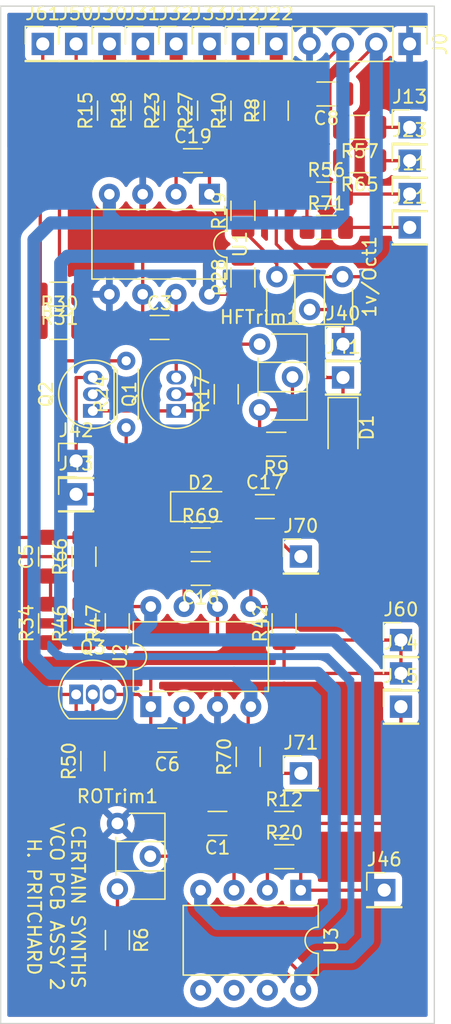
<source format=kicad_pcb>
(kicad_pcb (version 20211014) (generator pcbnew)
  (layers (0 "F.Cu" signal) (31 "B.Cu" signal) (34 "B.Paste" user) (35 "F.Paste" user) (36 "B.SilkS" user "B.Silkscreen") (37 "F.SilkS" user "F.Silkscreen") (38 "B.Mask" user) (39 "F.Mask" user) (44 "Edge.Cuts" user))
  (net 0 "")
  (net 1 "Net-(C19-Pad2)")
  (net 2 "Net-(J40-Pad1)")
  (net 3 "Net-(R19-Pad1)")
  (net 4 "Net-(U3-Pad2)")
  (net 5 "GND")
  (net 6 "Net-(Q1-Pad3)")
  (net 7 "Net-(HFTrim1-Pad1)")
  (net 8 "Net-(R34-Pad2)")
  (net 9 "Net-(C5-Pad2)")
  (net 10 "Net-(U2-Pad1)")
  (net 11 "+12V")
  (net 12 "-12V")
  (net 13 "Net-(R50-Pad1)")
  (net 14 "Net-(R42-Pad2)")
  (net 15 "Net-(C18-Pad2)")
  (net 16 "Net-(R8-Pad1)")
  (net 17 "Net-(D1-Pad1)")
  (net 18 "Net-(R9-Pad1)")
  (net 19 "Net-(HFTrim1-Pad2)")
  (net 20 "Net-(R56-Pad2)")
  (net 21 "Net-(J12-Pad1)")
  (net 22 "Net-(R57-Pad1)")
  (net 23 "Net-(R71-Pad2)")
  (net 24 "Net-(J22-Pad1)")
  (net 25 "Net-(R65-Pad1)")
  (net 26 "Net-(J30-Pad1)")
  (net 27 "Net-(J31-Pad1)")
  (net 28 "Net-(J32-Pad1)")
  (net 29 "Net-(J33-Pad1)")
  (net 30 "Net-(R12-Pad2)")
  (net 31 "Net-(R30-Pad1)")
  (net 32 "Net-(Q2-Pad1)")
  (net 33 "Net-(Q3-Pad2)")
  (net 34 "Net-(ROTrim1-Pad3)")
  (net 35 "Net-(U2-Pad6)")
  (net 36 "Net-(U3-Pad3)")
  (net 37 "Net-(C17-Pad1)")
  (footprint "Connector_PinHeader_2.54mm:PinHeader_1x01_P2.54mm_Vertical" (layer "F.Cu") (at 130.81 105.42)
    (fp_text reference "J44" (at 0 -2.33) (layer "F.SilkS"))
    (fp_text value "RAWOUT")
    (pad "1" thru_hole rect (at 0 0) (size 1.7 1.7) (drill 1) (layers *.Cu *.Mask) (net 10 "Net-(U2-Pad1)"))
  )
  (footprint "Resistor_SMD:R_1206_3216Metric" (layer "F.Cu") (at 125.1275 71.46)
    (fp_text reference "R71" (at 0 -1.82) (layer "F.SilkS"))
    (fp_text value "10k")
    (pad "1" smd roundrect (at -1.4625 0) (size 1.125 1.75) (layers "F.Cu" "F.Paste" "F.Mask") (roundrect_rratio 0.2222222222) (net 12 "-12V"))
    (pad "2" smd roundrect (at 1.4625 0) (size 1.125 1.75) (layers "F.Cu" "F.Paste" "F.Mask") (roundrect_rratio 0.2222222222) (net 23 "Net-(R71-Pad2)"))
  )
  (footprint "Potentiometer_THT:Potentiometer_ACP_CA6-H2,5_Horizontal" (layer "F.Cu") (at 109.22 116.84)
    (fp_text reference "ROTrim1" (at 0 -2.06) (layer "F.SilkS"))
    (fp_text value "10k")
    (pad "1" thru_hole circle (at 0 0) (size 1.62 1.62) (drill 0.9) (layers *.Cu *.Mask) (net 5 "GND"))
    (pad "2" thru_hole circle (at 2.5 2.5) (size 1.62 1.62) (drill 0.9) (layers *.Cu *.Mask) (net 36 "Net-(U3-Pad3)"))
    (pad "3" thru_hole circle (at 0 5) (size 1.62 1.62) (drill 0.9) (layers *.Cu *.Mask) (net 34 "Net-(ROTrim1-Pad3)"))
  )
  (footprint "Resistor_SMD:R_1206_3216Metric" (layer "F.Cu") (at 108.6175 62.57 90)
    (fp_text reference "R15" (at 0 -1.82 90) (layer "F.SilkS"))
    (fp_text value "100k")
    (pad "1" smd roundrect (at -1.4625 0 90) (size 1.125 1.75) (layers "F.Cu" "F.Paste" "F.Mask") (roundrect_rratio 0.2222222222) (net 16 "Net-(R8-Pad1)"))
    (pad "2" smd roundrect (at 1.4625 0 90) (size 1.125 1.75) (layers "F.Cu" "F.Paste" "F.Mask") (roundrect_rratio 0.2222222222) (net 26 "Net-(J30-Pad1)"))
  )
  (footprint "Connector_PinHeader_2.54mm:PinHeader_1x01_P2.54mm_Vertical" (layer "F.Cu") (at 130.81 107.95)
    (fp_text reference "J45" (at 0 -2.33) (layer "F.SilkS"))
    (fp_text value "RAWIN")
    (pad "1" thru_hole rect (at 0 0) (size 1.7 1.7) (drill 1) (layers *.Cu *.Mask) (net 30 "Net-(R12-Pad2)"))
  )
  (footprint "Resistor_SMD:R_1206_3216Metric" (layer "F.Cu") (at 121.92 119.38)
    (fp_text reference "R20" (at 0 -1.82) (layer "F.SilkS"))
    (fp_text value "47k")
    (pad "1" smd roundrect (at -1.4625 0) (size 1.125 1.75) (layers "F.Cu" "F.Paste" "F.Mask") (roundrect_rratio 0.2222222222) (net 4 "Net-(U3-Pad2)"))
    (pad "2" smd roundrect (at 1.4625 0) (size 1.125 1.75) (layers "F.Cu" "F.Paste" "F.Mask") (roundrect_rratio 0.2222222222) (net 11 "+12V"))
  )
  (footprint "Potentiometer_THT:Potentiometer_ACP_CA6-H2,5_Horizontal" (layer "F.Cu") (at 126.3575 75.215 -90)
    (fp_text reference "1v/Oct1" (at 0 -2.06 90) (layer "F.SilkS"))
    (fp_text value "100")
    (pad "1" thru_hole circle (at 0 0 270) (size 1.62 1.62) (drill 0.9) (layers *.Cu *.Mask) (net 1 "Net-(C19-Pad2)"))
    (pad "2" thru_hole circle (at 2.5 2.5 270) (size 1.62 1.62) (drill 0.9) (layers *.Cu *.Mask) (net 2 "Net-(J40-Pad1)"))
    (pad "3" thru_hole circle (at 0 5 270) (size 1.62 1.62) (drill 0.9) (layers *.Cu *.Mask) (net 3 "Net-(R19-Pad1)"))
  )
  (footprint "Resistor_SMD:R_1206_3216Metric" (layer "F.Cu") (at 127.6675 63.84 180)
    (fp_text reference "R57" (at 0 -1.82) (layer "F.SilkS"))
    (fp_text value "200k")
    (pad "1" smd roundrect (at -1.4625 0 180) (size 1.125 1.75) (layers "F.Cu" "F.Paste" "F.Mask") (roundrect_rratio 0.2222222222) (net 22 "Net-(R57-Pad1)"))
    (pad "2" smd roundrect (at 1.4625 0 180) (size 1.125 1.75) (layers "F.Cu" "F.Paste" "F.Mask") (roundrect_rratio 0.2222222222) (net 11 "+12V"))
  )
  (footprint "Resistor_SMD:R_1206_3216Metric" (layer "F.Cu") (at 109.21 101.61 90)
    (fp_text reference "R47" (at 0 -1.82 90) (layer "F.SilkS"))
    (fp_text value "10k")
    (pad "1" smd roundrect (at -1.4625 0 90) (size 1.125 1.75) (layers "F.Cu" "F.Paste" "F.Mask") (roundrect_rratio 0.2222222222) (net 35 "Net-(U2-Pad6)"))
    (pad "2" smd roundrect (at 1.4625 0 90) (size 1.125 1.75) (layers "F.Cu" "F.Paste" "F.Mask") (roundrect_rratio 0.2222222222) (net 11 "+12V"))
  )
  (footprint "Resistor_SMD:R_1206_3216Metric" (layer "F.Cu") (at 117.5075 84.16 90)
    (fp_text reference "R17" (at 0 -1.82 90) (layer "F.SilkS"))
    (fp_text value "10k")
    (pad "1" smd roundrect (at -1.4625 0 90) (size 1.125 1.75) (layers "F.Cu" "F.Paste" "F.Mask") (roundrect_rratio 0.2222222222) (net 32 "Net-(Q2-Pad1)"))
    (pad "2" smd roundrect (at 1.4625 0 90) (size 1.125 1.75) (layers "F.Cu" "F.Paste" "F.Mask") (roundrect_rratio 0.2222222222) (net 7 "Net-(HFTrim1-Pad1)"))
  )
  (footprint "Package_TO_SOT_THT:TO-92_Inline" (layer "F.Cu") (at 107.3475 85.43 90)
    (fp_text reference "Q2" (at 1.27 -3.56 90) (layer "F.SilkS"))
    (fp_text value "2N3904")
    (pad "1" thru_hole rect (at 0 0 90) (size 1.05 1.5) (drill 0.75) (layers *.Cu *.Mask) (net 32 "Net-(Q2-Pad1)"))
    (pad "2" thru_hole oval (at 1.27 0 90) (size 1.05 1.5) (drill 0.75) (layers *.Cu *.Mask) (net 5 "GND"))
    (pad "3" thru_hole oval (at 2.54 0 90) (size 1.05 1.5) (drill 0.75) (layers *.Cu *.Mask) (net 11 "+12V"))
  )
  (footprint "Resistor_SMD:R_1206_3216Metric" (layer "F.Cu") (at 127.6675 66.38 180)
    (fp_text reference "R65" (at 0 -1.82) (layer "F.SilkS"))
    (fp_text value "47k")
    (pad "1" smd roundrect (at -1.4625 0 180) (size 1.125 1.75) (layers "F.Cu" "F.Paste" "F.Mask") (roundrect_rratio 0.2222222222) (net 25 "Net-(R65-Pad1)"))
    (pad "2" smd roundrect (at 1.4625 0 180) (size 1.125 1.75) (layers "F.Cu" "F.Paste" "F.Mask") (roundrect_rratio 0.2222222222) (net 11 "+12V"))
  )
  (footprint "Connector_PinHeader_2.54mm:PinHeader_1x01_P2.54mm_Vertical" (layer "F.Cu") (at 126.3975 80.35)
    (fp_text reference "J40" (at 0 -2.33) (layer "F.SilkS"))
    (fp_text value "LINOUT")
    (pad "1" thru_hole rect (at 0 0) (size 1.7 1.7) (drill 1) (layers *.Cu *.Mask) (net 2 "Net-(J40-Pad1)"))
  )
  (footprint "Resistor_SMD:R_1206_3216Metric" (layer "F.Cu") (at 104.13 101.61 90)
    (fp_text reference "R34" (at 0 -1.82 90) (layer "F.SilkS"))
    (fp_text value "1k")
    (pad "1" smd roundrect (at -1.4625 0 90) (size 1.125 1.75) (layers "F.Cu" "F.Paste" "F.Mask") (roundrect_rratio 0.2222222222) (net 35 "Net-(U2-Pad6)"))
    (pad "2" smd roundrect (at 1.4625 0 90) (size 1.125 1.75) (layers "F.Cu" "F.Paste" "F.Mask") (roundrect_rratio 0.2222222222) (net 8 "Net-(R34-Pad2)"))
  )
  (footprint "Connector_PinHeader_2.54mm:PinHeader_1x01_P2.54mm_Vertical" (layer "F.Cu") (at 116.2375 57.49)
    (fp_text reference "J33" (at 0 -2.33) (layer "F.SilkS"))
    (fp_text value "CV")
    (pad "1" thru_hole rect (at 0 0) (size 1.7 1.7) (drill 1) (layers *.Cu *.Mask) (net 29 "Net-(J33-Pad1)"))
  )
  (footprint "Package_DIP:DIP-8_W7.62mm" (layer "F.Cu") (at 111.76 107.95 90)
    (fp_text reference "U2" (at 3.81 -2.33 90) (layer "F.SilkS"))
    (fp_text value "LM358")
    (pad "1" thru_hole rect (at 0 0 90) (size 1.6 1.6) (drill 0.8) (layers *.Cu *.Mask) (net 10 "Net-(U2-Pad1)"))
    (pad "2" thru_hole oval (at 0 2.54 90) (size 1.6 1.6) (drill 0.8) (layers *.Cu *.Mask) (net 11 "+12V"))
    (pad "3" thru_hole oval (at 0 5.08 90) (size 1.6 1.6) (drill 0.8) (layers *.Cu *.Mask) (net 5 "GND"))
    (pad "4" thru_hole oval (at 0 7.62 90) (size 1.6 1.6) (drill 0.8) (layers *.Cu *.Mask) (net 12 "-12V"))
    (pad "5" thru_hole oval (at 7.62 7.62 90) (size 1.6 1.6) (drill 0.8) (layers *.Cu *.Mask) (net 14 "Net-(R42-Pad2)"))
    (pad "6" thru_hole oval (at 7.62 5.08 90) (size 1.6 1.6) (drill 0.8) (layers *.Cu *.Mask) (net 35 "Net-(U2-Pad6)"))
    (pad "7" thru_hole oval (at 7.62 2.54 90) (size 1.6 1.6) (drill 0.8) (layers *.Cu *.Mask) (net 15 "Net-(C18-Pad2)"))
    (pad "8" thru_hole oval (at 7.62 0 90) (size 1.6 1.6) (drill 0.8) (layers *.Cu *.Mask) (net 11 "+12V"))
  )
  (footprint "Resistor_SMD:R_1206_3216Metric" (layer "F.Cu") (at 121.3175 87.97 180)
    (fp_text reference "R9" (at 0 -1.82) (layer "F.SilkS"))
    (fp_text value "4.7k")
    (pad "1" smd roundrect (at -1.4625 0 180) (size 1.125 1.75) (layers "F.Cu" "F.Paste" "F.Mask") (roundrect_rratio 0.2222222222) (net 18 "Net-(R9-Pad1)"))
    (pad "2" smd roundrect (at 1.4625 0 180) (size 1.125 1.75) (layers "F.Cu" "F.Paste" "F.Mask") (roundrect_rratio 0.2222222222) (net 19 "Net-(HFTrim1-Pad2)"))
  )
  (footprint "Diode_SMD:D_1206_3216Metric" (layer "F.Cu") (at 115.56 92.72)
    (fp_text reference "D2" (at 0 -1.82) (layer "F.SilkS"))
    (fp_text value "DIODE")
    (pad "1" smd roundrect (at -1.4 0) (size 1.25 1.75) (layers "F.Cu" "F.Paste" "F.Mask") (roundrect_rratio 0.2) (net 15 "Net-(C18-Pad2)"))
    (pad "2" smd roundrect (at 1.4 0) (size 1.25 1.75) (layers "F.Cu" "F.Paste" "F.Mask") (roundrect_rratio 0.2) (net 37 "Net-(C17-Pad1)"))
  )
  (footprint "Resistor_SMD:R_1206_3216Metric" (layer "F.Cu") (at 106.67 101.61 90)
    (fp_text reference "R46" (at 0 -1.82 90) (layer "F.SilkS"))
    (fp_text value "2k")
    (pad "1" smd roundrect (at -1.4625 0 90) (size 1.125 1.75) (layers "F.Cu" "F.Paste" "F.Mask") (roundrect_rratio 0.2222222222) (net 35 "Net-(U2-Pad6)"))
    (pad "2" smd roundrect (at 1.4625 0 90) (size 1.125 1.75) (layers "F.Cu" "F.Paste" "F.Mask") (roundrect_rratio 0.2222222222) (net 5 "GND"))
  )
  (footprint "Capacitor_SMD:C_1206_3216Metric" (layer "F.Cu") (at 113.02 110.5 180)
    (fp_text reference "C6" (at 0 -1.85) (layer "F.SilkS"))
    (fp_text value "0.005uF")
    (pad "1" smd roundrect (at -1.475 0 180) (size 1.15 1.8) (layers "F.Cu" "F.Paste" "F.Mask") (roundrect_rratio 0.2173913043) (net 11 "+12V"))
    (pad "2" smd roundrect (at 1.475 0 180) (size 1.15 1.8) (layers "F.Cu" "F.Paste" "F.Mask") (roundrect_rratio 0.2173913043) (net 10 "Net-(U2-Pad1)"))
  )
  (footprint "Resistor_SMD:R_1206_3216Metric" (layer "F.Cu") (at 107.3475 112.1 90)
    (fp_text reference "R50" (at 0 -1.82 90) (layer "F.SilkS"))
    (fp_text value "100k")
    (pad "1" smd roundrect (at -1.4625 0 90) (size 1.125 1.75) (layers "F.Cu" "F.Paste" "F.Mask") (roundrect_rratio 0.2222222222) (net 13 "Net-(R50-Pad1)"))
    (pad "2" smd roundrect (at 1.4625 0 90) (size 1.125 1.75) (layers "F.Cu" "F.Paste" "F.Mask") (roundrect_rratio 0.2222222222) (net 33 "Net-(Q3-Pad2)"))
  )
  (footprint "Connector_PinHeader_2.54mm:PinHeader_1x01_P2.54mm_Vertical" (layer "F.Cu") (at 131.4775 71.46)
    (fp_text reference "J21" (at 0 -2.33) (layer "F.SilkS"))
    (fp_text value "TP2-")
    (pad "1" thru_hole rect (at 0 0) (size 1.7 1.7) (drill 1) (layers *.Cu *.Mask) (net 23 "Net-(R71-Pad2)"))
  )
  (footprint "Resistor_SMD:R_1206_3216Metric" (layer "F.Cu") (at 118.7775 62.57 90)
    (fp_text reference "R10" (at 0 -1.82 90) (layer "F.SilkS"))
    (fp_text value "100k")
    (pad "1" smd roundrect (at -1.4625 0 90) (size 1.125 1.75) (layers "F.Cu" "F.Paste" "F.Mask") (roundrect_rratio 0.2222222222) (net 16 "Net-(R8-Pad1)"))
    (pad "2" smd roundrect (at 1.4625 0 90) (size 1.125 1.75) (layers "F.Cu" "F.Paste" "F.Mask") (roundrect_rratio 0.2222222222) (net 21 "Net-(J12-Pad1)"))
  )
  (footprint "Connector_PinHeader_2.54mm:PinHeader_1x01_P2.54mm_Vertical" (layer "F.Cu") (at 106.0775 91.78)
    (fp_text reference "J43" (at 0 -2.33) (layer "F.SilkS"))
    (fp_text value "EXPIN")
    (pad "1" thru_hole rect (at 0 0) (size 1.7 1.7) (drill 1) (layers *.Cu *.Mask) (net 11 "+12V"))
  )
  (footprint "Resistor_SMD:R_1206_3216Metric" (layer "F.Cu") (at 116.2375 62.57 90)
    (fp_text reference "R27" (at 0 -1.82 90) (layer "F.SilkS"))
    (fp_text value "100k")
    (pad "1" smd roundrect (at -1.4625 0 90) (size 1.125 1.75) (layers "F.Cu" "F.Paste" "F.Mask") (roundrect_rratio 0.2222222222) (net 16 "Net-(R8-Pad1)"))
    (pad "2" smd roundrect (at 1.4625 0 90) (size 1.125 1.75) (layers "F.Cu" "F.Paste" "F.Mask") (roundrect_rratio 0.2222222222) (net 29 "Net-(J33-Pad1)"))
  )
  (footprint "Capacitor_SMD:C_1206_3216Metric" (layer "F.Cu") (at 114.9675 66.38)
    (fp_text reference "C19" (at 0 -1.85) (layer "F.SilkS"))
    (fp_text value "100pF")
    (pad "1" smd roundrect (at -1.475 0) (size 1.15 1.8) (layers "F.Cu" "F.Paste" "F.Mask") (roundrect_rratio 0.2173913043) (net 16 "Net-(R8-Pad1)"))
    (pad "2" smd roundrect (at 1.475 0) (size 1.15 1.8) (layers "F.Cu" "F.Paste" "F.Mask") (roundrect_rratio 0.2173913043) (net 1 "Net-(C19-Pad2)"))
  )
  (footprint "Connector_PinHeader_2.54mm:PinHeader_1x01_P2.54mm_Vertical" (layer "F.Cu") (at 106.0775 57.49)
    (fp_text reference "J50" (at 0 -2.33) (layer "F.SilkS"))
    (fp_text value "LA")
    (pad "1" thru_hole rect (at 0 0) (size 1.7 1.7) (drill 1) (layers *.Cu *.Mask) (net 31 "Net-(R30-Pad1)"))
  )
  (footprint "Resistor_SMD:R_1206_3216Metric" (layer "F.Cu") (at 106.67 96.53 90)
    (fp_text reference "R66" (at 0 -1.82 90) (layer "F.SilkS"))
    (fp_text value "100k")
    (pad "1" smd roundrect (at -1.4625 0 90) (size 1.125 1.75) (layers "F.Cu" "F.Paste" "F.Mask") (roundrect_rratio 0.2222222222) (net 5 "GND"))
    (pad "2" smd roundrect (at 1.4625 0 90) (size 1.125 1.75) (layers "F.Cu" "F.Paste" "F.Mask") (roundrect_rratio 0.2222222222) (net 9 "Net-(C5-Pad2)"))
  )
  (footprint "Capacitor_SMD:C_1206_3216Metric" (layer "F.Cu") (at 104.13 96.53 90)
    (fp_text reference "C5" (at 0 -1.85 90) (layer "F.SilkS"))
    (fp_text value "0.001uF")
    (pad "1" smd roundrect (at -1.475 0 90) (size 1.15 1.8) (layers "F.Cu" "F.Paste" "F.Mask") (roundrect_rratio 0.2173913043) (net 8 "Net-(R34-Pad2)"))
    (pad "2" smd roundrect (at 1.475 0 90) (size 1.15 1.8) (layers "F.Cu" "F.Paste" "F.Mask") (roundrect_rratio 0.2173913043) (net 9 "Net-(C5-Pad2)"))
  )
  (footprint "Connector_PinHeader_2.54mm:PinHeader_1x04_P2.54mm_Vertical" (layer "F.Cu") (at 131.4675 57.49 -90)
    (fp_text reference "J0" (at 0 -2.33 90) (layer "F.SilkS"))
    (fp_text value "P")
    (pad "1" thru_hole rect (at 0 0 270) (size 1.7 1.7) (drill 1) (layers *.Cu *.Mask) (net 5 "GND"))
    (pad "2" thru_hole oval (at 0 2.54 270) (size 1.7 1.7) (drill 1) (layers *.Cu *.Mask) (net 11 "+12V"))
    (pad "3" thru_hole oval (at 0 5.08 270) (size 1.7 1.7) (drill 1) (layers *.Cu *.Mask) (net 12 "-12V"))
    (pad "4" thru_hole oval (at 0 7.62 270) (size 1.7 1.7) (drill 1) (layers *.Cu *.Mask) (net 5 "GND"))
  )
  (footprint "Connector_PinHeader_2.54mm:PinHeader_1x01_P2.54mm_Vertical" (layer "F.Cu") (at 103.5375 57.49)
    (fp_text reference "J61" (at 0 -2.33) (layer "F.SilkS"))
    (fp_text value "S")
    (pad "1" thru_hole rect (at 0 0) (size 1.7 1.7) (drill 1) (layers *.Cu *.Mask) (net 9 "Net-(C5-Pad2)"))
  )
  (footprint "Connector_PinHeader_2.54mm:PinHeader_1x01_P2.54mm_Vertical" (layer "F.Cu") (at 106.0775 89.24)
    (fp_text reference "J42" (at 0 -2.33) (layer "F.SilkS"))
    (fp_text value "EXPOUT")
    (pad "1" thru_hole rect (at 0 0) (size 1.7 1.7) (drill 1) (layers *.Cu *.Mask) (net 11 "+12V"))
  )
  (footprint "Resistor_THT:R_Axial_DIN0204_L3.6mm_D1.6mm_P5.08mm_Horizontal" (layer "F.Cu") (at 109.8875 86.7 90)
    (fp_text reference "R24" (at 2.54 -1.92 90) (layer "F.SilkS"))
    (fp_text value "100k TEMPCO")
    (pad "1" thru_hole circle (at 0 0 90) (size 1.4 1.4) (drill 0.7) (layers *.Cu *.Mask) (net 1 "Net-(C19-Pad2)"))
    (pad "2" thru_hole oval (at 5.08 0 90) (size 1.4 1.4) (drill 0.7) (layers *.Cu *.Mask) (net 16 "Net-(R8-Pad1)"))
  )
  (footprint "Resistor_SMD:R_1206_3216Metric" (layer "F.Cu") (at 104.8075 76.54 180)
    (fp_text reference "R31" (at 0 -1.82) (layer "F.SilkS"))
    (fp_text value "100k")
    (pad "1" smd roundrect (at -1.4625 0 180) (size 1.125 1.75) (layers "F.Cu" "F.Paste" "F.Mask") (roundrect_rratio 0.2222222222) (net 5 "GND"))
    (pad "2" smd roundrect (at 1.4625 0 180) (size 1.125 1.75) (layers "F.Cu" "F.Paste" "F.Mask") (roundrect_rratio 0.2222222222) (net 31 "Net-(R30-Pad1)"))
  )
  (footprint "Capacitor_SMD:C_1206_3216Metric" (layer "F.Cu") (at 112.4275 79.08)
    (fp_text reference "C3" (at 0 -1.85) (layer "F.SilkS"))
    (fp_text value "100pF")
    (pad "1" smd roundrect (at -1.475 0) (size 1.15 1.8) (layers "F.Cu" "F.Paste" "F.Mask") (roundrect_rratio 0.2173913043) (net 6 "Net-(Q1-Pad3)"))
    (pad "2" smd roundrect (at 1.475 0) (size 1.15 1.8) (layers "F.Cu" "F.Paste" "F.Mask") (roundrect_rratio 0.2173913043) (net 7 "Net-(HFTrim1-Pad1)"))
  )
  (footprint "Capacitor_SMD:C_1206_3216Metric" (layer "F.Cu") (at 115.56 97.8 180)
    (fp_text reference "C18" (at 0 -1.85) (layer "F.SilkS"))
    (fp_text value "4.7pF")
    (pad "1" smd roundrect (at -1.475 0 180) (size 1.15 1.8) (layers "F.Cu" "F.Paste" "F.Mask") (roundrect_rratio 0.2173913043) (net 14 "Net-(R42-Pad2)"))
    (pad "2" smd roundrect (at 1.475 0 180) (size 1.15 1.8) (layers "F.Cu" "F.Paste" "F.Mask") (roundrect_rratio 0.2173913043) (net 15 "Net-(C18-Pad2)"))
  )
  (footprint "Connector_PinHeader_2.54mm:PinHeader_1x01_P2.54mm_Vertical" (layer "F.Cu") (at 123.19 113.03)
    (fp_text reference "J71" (at 0 -2.33) (layer "F.SilkS"))
    (fp_text value "JUMPER00")
    (pad "1" thru_hole rect (at 0 0) (size 1.7 1.7) (drill 1) (layers *.Cu *.Mask) (net 13 "Net-(R50-Pad1)"))
  )
  (footprint "Resistor_SMD:R_1206_3216Metric" (layer "F.Cu") (at 104.8075 79.08)
    (fp_text reference "R30" (at 0 -1.82) (layer "F.SilkS"))
    (fp_text value "1M")
    (pad "1" smd roundrect (at -1.4625 0) (size 1.125 1.75) (layers "F.Cu" "F.Paste" "F.Mask") (roundrect_rratio 0.2222222222) (net 31 "Net-(R30-Pad1)"))
    (pad "2" smd roundrect (at 1.4625 0) (size 1.125 1.75) (layers "F.Cu" "F.Paste" "F.Mask") (roundrect_rratio 0.2222222222) (net 6 "Net-(Q1-Pad3)"))
  )
  (footprint "Resistor_SMD:R_1206_3216Metric" (layer "F.Cu") (at 111.1575 62.57 90)
    (fp_text reference "R18" (at 0 -1.82 90) (layer "F.SilkS"))
    (fp_text value "100k")
    (pad "1" smd roundrect (at -1.4625 0 90) (size 1.125 1.75) (layers "F.Cu" "F.Paste" "F.Mask") (roundrect_rratio 0.2222222222) (net 16 "Net-(R8-Pad1)"))
    (pad "2" smd roundrect (at 1.4625 0 90) (size 1.125 1.75) (layers "F.Cu" "F.Paste" "F.Mask") (roundrect_rratio 0.2222222222) (net 27 "Net-(J31-Pad1)"))
  )
  (footprint "Connector_PinHeader_2.54mm:PinHeader_1x01_P2.54mm_Vertical" (layer "F.Cu") (at 126.3975 82.89)
    (fp_text reference "J41" (at 0 -2.33) (layer "F.SilkS"))
    (fp_text value "LININ")
    (pad "1" thru_hole rect (at 0 0) (size 1.7 1.7) (drill 1) (layers *.Cu *.Mask) (net 17 "Net-(D1-Pad1)"))
  )
  (footprint "Resistor_SMD:R_1206_3216Metric" (layer "F.Cu") (at 121.3175 62.57 90)
    (fp_text reference "R8" (at 0 -1.82 90) (layer "F.SilkS"))
    (fp_text value "1M")
    (pad "1" smd roundrect (at -1.4625 0 90) (size 1.125 1.75) (layers "F.Cu" "F.Paste" "F.Mask") (roundrect_rratio 0.2222222222) (net 16 "Net-(R8-Pad1)"))
    (pad "2" smd roundrect (at 1.4625 0 90) (size 1.125 1.75) (layers "F.Cu" "F.Paste" "F.Mask") (roundrect_rratio 0.2222222222) (net 24 "Net-(J22-Pad1)"))
  )
  (footprint "Connector_PinHeader_2.54mm:PinHeader_1x01_P2.54mm_Vertical" (layer "F.Cu") (at 129.54 121.92)
    (fp_text reference "J46" (at 0 -2.33) (layer "F.SilkS"))
    (fp_text value "RAMPOUT")
    (pad "1" thru_hole rect (at 0 0) (size 1.7 1.7) (drill 1) (layers *.Cu *.Mask) (net 11 "+12V"))
  )
  (footprint "Connector_PinHeader_2.54mm:PinHeader_1x01_P2.54mm_Vertical" (layer "F.Cu") (at 108.6175 57.49)
    (fp_text reference "J30" (at 0 -2.33) (layer "F.SilkS"))
    (fp_text value "CV")
    (pad "1" thru_hole rect (at 0 0) (size 1.7 1.7) (drill 1) (layers *.Cu *.Mask) (net 26 "Net-(J30-Pad1)"))
  )
  (footprint "Diode_SMD:D_1206_3216Metric" (layer "F.Cu") (at 126.3975 86.7 -90)
    (fp_text reference "D1" (at 0 -1.82 90) (layer "F.SilkS"))
    (fp_text value "DIODE")
    (pad "1" smd roundrect (at -1.4 0 270) (size 1.25 1.75) (layers "F.Cu" "F.Paste" "F.Mask") (roundrect_rratio 0.2) (net 17 "Net-(D1-Pad1)"))
    (pad "2" smd roundrect (at 1.4 0 270) (size 1.25 1.75) (layers "F.Cu" "F.Paste" "F.Mask") (roundrect_rratio 0.2) (net 18 "Net-(R9-Pad1)"))
  )
  (footprint "Capacitor_SMD:C_1206_3216Metric" (layer "F.Cu") (at 125.1275 61.3 180)
    (fp_text reference "C8" (at 0 -1.85) (layer "F.SilkS"))
    (fp_text value ".1uF")
    (pad "1" smd roundrect (at -1.475 0 180) (size 1.15 1.8) (layers "F.Cu" "F.Paste" "F.Mask") (roundrect_rratio 0.2173913043) (net 11 "+12V"))
    (pad "2" smd roundrect (at 1.475 0 180) (size 1.15 1.8) (layers "F.Cu" "F.Paste" "F.Mask") (roundrect_rratio 0.2173913043) (net 12 "-12V"))
  )
  (footprint "Resistor_SMD:R_1206_3216Metric" (layer "F.Cu") (at 125.1275 68.92)
    (fp_text reference "R56" (at 0 -1.82) (layer "F.SilkS"))
    (fp_text value "200k")
    (pad "1" smd roundrect (at -1.4625 0) (size 1.125 1.75) (layers "F.Cu" "F.Paste" "F.Mask") (roundrect_rratio 0.2222222222) (net 12 "-12V"))
    (pad "2" smd roundrect (at 1.4625 0) (size 1.125 1.75) (layers "F.Cu" "F.Paste" "F.Mask") (roundrect_rratio 0.2222222222) (net 20 "Net-(R56-Pad2)"))
  )
  (footprint "Capacitor_SMD:C_1206_3216Metric" (layer "F.Cu") (at 116.84 116.84 180)
    (fp_text reference "C1" (at 0 -1.85) (layer "F.SilkS"))
    (fp_text value "0.1uF")
    (pad "1" smd roundrect (at -1.475 0 180) (size 1.15 1.8) (layers "F.Cu" "F.Paste" "F.Mask") (roundrect_rratio 0.2173913043) (net 4 "Net-(U3-Pad2)"))
    (pad "2" smd roundrect (at 1.475 0 180) (size 1.15 1.8) (layers "F.Cu" "F.Paste" "F.Mask") (roundrect_rratio 0.2173913043) (net 5 "GND"))
  )
  (footprint "Connector_PinHeader_2.54mm:PinHeader_1x01_P2.54mm_Vertical" (layer "F.Cu") (at 131.4775 66.38)
    (fp_text reference "J23" (at 0 -2.33) (layer "F.SilkS"))
    (fp_text value "TP2+")
    (pad "1" thru_hole rect (at 0 0) (size 1.7 1.7) (drill 1) (layers *.Cu *.Mask) (net 25 "Net-(R65-Pad1)"))
  )
  (footprint "Connector_PinHeader_2.54mm:PinHeader_1x01_P2.54mm_Vertical" (layer "F.Cu") (at 118.7775 57.49)
    (fp_text reference "J12" (at 0 -2.33) (layer "F.SilkS"))
    (fp_text value "P1")
    (pad "1" thru_hole rect (at 0 0) (size 1.7 1.7) (drill 1) (layers *.Cu *.Mask) (net 21 "Net-(J12-Pad1)"))
  )
  (footprint "Connector_PinHeader_2.54mm:PinHeader_1x01_P2.54mm_Vertical" (layer "F.Cu") (at 130.81 102.88)
    (fp_text reference "J60" (at 0 -2.33) (layer "F.SilkS"))
    (fp_text value "RAW")
    (pad "1" thru_hole rect (at 0 0) (size 1.7 1.7) (drill 1) (layers *.Cu *.Mask) (net 10 "Net-(U2-Pad1)"))
  )
  (footprint "Package_DIP:DIP-8_W7.62mm" (layer "F.Cu") (at 116.2275 68.93 -90)
    (fp_text reference "U1" (at 3.81 -2.33 90) (layer "F.SilkS"))
    (fp_text value "LM358")
    (pad "1" thru_hole rect (at 0 0 270) (size 1.6 1.6) (drill 0.8) (layers *.Cu *.Mask) (net 1 "Net-(C19-Pad2)"))
    (pad "2" thru_hole oval (at 0 2.54 270) (size 1.6 1.6) (drill 0.8) (layers *.Cu *.Mask) (net 16 "Net-(R8-Pad1)"))
    (pad "3" thru_hole oval (at 0 5.08 270) (size 1.6 1.6) (drill 0.8) (layers *.Cu *.Mask) (net 5 "GND"))
    (pad "4" thru_hole oval (at 0 7.62 270) (size 1.6 1.6) (drill 0.8) (layers *.Cu *.Mask) (net 12 "-12V"))
    (pad "5" thru_hole oval (at 7.62 7.62 270) (size 1.6 1.6) (drill 0.8) (layers *.Cu *.Mask) (net 5 "GND"))
    (pad "6" thru_hole oval (at 7.62 5.08 270) (size 1.6 1.6) (drill 0.8) (layers *.Cu *.Mask) (net 6 "Net-(Q1-Pad3)"))
    (pad "7" thru_hole oval (at 7.62 2.54 270) (size 1.6 1.6) (drill 0.8) (layers *.Cu *.Mask) (net 7 "Net-(HFTrim1-Pad1)"))
    (pad "8" thru_hole oval (at 7.62 0 270) (size 1.6 1.6) (drill 0.8) (layers *.Cu *.Mask) (net 11 "+12V"))
  )
  (footprint "Package_DIP:DIP-8_W7.62mm" (layer "F.Cu") (at 123.18 121.93 -90)
    (fp_text reference "U3" (at 3.81 -2.33 90) (layer "F.SilkS"))
    (fp_text value "LM358")
    (pad "1" thru_hole rect (at 0 0 270) (size 1.6 1.6) (drill 0.8) (layers *.Cu *.Mask) (net 11 "+12V"))
    (pad "2" thru_hole oval (at 0 2.54 270) (size 1.6 1.6) (drill 0.8) (layers *.Cu *.Mask) (net 4 "Net-(U3-Pad2)"))
    (pad "3" thru_hole oval (at 0 5.08 270) (size 1.6 1.6) (drill 0.8) (layers *.Cu *.Mask) (net 36 "Net-(U3-Pad3)"))
    (pad "4" thru_hole oval (at 0 7.62 270) (size 1.6 1.6) (drill 0.8) (layers *.Cu *.Mask) (net 12 "-12V"))
    (pad "5" thru_hole oval (at 7.62 7.62 270) (size 1.6 1.6) (drill 0.8) (layers *.Cu *.Mask))
    (pad "6" thru_hole oval (at 7.62 5.08 270) (size 1.6 1.6) (drill 0.8) (layers *.Cu *.Mask))
    (pad "7" thru_hole oval (at 7.62 2.54 270) (size 1.6 1.6) (drill 0.8) (layers *.Cu *.Mask))
    (pad "8" thru_hole oval (at 7.62 0 270) (size 1.6 1.6) (drill 0.8) (layers *.Cu *.Mask) (net 11 "+12V"))
  )
  (footprint "Resistor_SMD:R_1206_3216Metric" (layer "F.Cu") (at 109.22 125.73 -90)
    (fp_text reference "R6" (at 0 -1.82 90) (layer "F.SilkS"))
    (fp_text value "100k")
    (pad "1" smd roundrect (at -1.4625 0 270) (size 1.125 1.75) (layers "F.Cu" "F.Paste" "F.Mask") (roundrect_rratio 0.2222222222) (net 34 "Net-(ROTrim1-Pad3)"))
    (pad "2" smd roundrect (at 1.4625 0 270) (size 1.125 1.75) (layers "F.Cu" "F.Paste" "F.Mask") (roundrect_rratio 0.2222222222) (net 11 "+12V"))
  )
  (footprint "Resistor_SMD:R_1206_3216Metric" (layer "F.Cu") (at 118.7775 70.19 90)
    (fp_text reference "R19" (at 0 -1.82 90) (layer "F.SilkS"))
    (fp_text value "475")
    (pad "1" smd roundrect (at -1.4625 0 90) (size 1.125 1.75) (layers "F.Cu" "F.Paste" "F.Mask") (roundrect_rratio 0.2222222222) (net 3 "Net-(R19-Pad1)"))
    (pad "2" smd roundrect (at 1.4625 0 90) (size 1.125 1.75) (layers "F.Cu" "F.Paste" "F.Mask") (roundrect_rratio 0.2222222222) (net 5 "GND"))
  )
  (footprint "Connector_PinHeader_2.54mm:PinHeader_1x01_P2.54mm_Vertical" (layer "F.Cu") (at 111.1575 57.49)
    (fp_text reference "J31" (at 0 -2.33) (layer "F.SilkS"))
    (fp_text value "CV")
    (pad "1" thru_hole rect (at 0 0) (size 1.7 1.7) (drill 1) (layers *.Cu *.Mask) (net 27 "Net-(J31-Pad1)"))
  )
  (footprint "Connector_PinHeader_2.54mm:PinHeader_1x01_P2.54mm_Vertical" (layer "F.Cu") (at 123.19 96.52)
    (fp_text reference "J70" (at 0 -2.33) (layer "F.SilkS"))
    (fp_text value "JUMPER00")
    (pad "1" thru_hole rect (at 0 0) (size 1.7 1.7) (drill 1) (layers *.Cu *.Mask) (net 37 "Net-(C17-Pad1)"))
  )
  (footprint "Connector_PinHeader_2.54mm:PinHeader_1x01_P2.54mm_Vertical" (layer "F.Cu") (at 131.4775 63.84)
    (fp_text reference "J13" (at 0 -2.33) (layer "F.SilkS"))
    (fp_text value "TP1+")
    (pad "1" thru_hole rect (at 0 0) (size 1.7 1.7) (drill 1) (layers *.Cu *.Mask) (net 22 "Net-(R57-Pad1)"))
  )
  (footprint "Connector_PinHeader_2.54mm:PinHeader_1x01_P2.54mm_Vertical" (layer "F.Cu") (at 113.6975 57.49)
    (fp_text reference "J32" (at 0 -2.33) (layer "F.SilkS"))
    (fp_text value "CV")
    (pad "1" thru_hole rect (at 0 0) (size 1.7 1.7) (drill 1) (layers *.Cu *.Mask) (net 28 "Net-(J32-Pad1)"))
  )
  (footprint "Package_TO_SOT_THT:TO-92_Inline" (layer "F.Cu") (at 106.0775 107.02)
    (fp_text reference "Q3" (at 1.27 -3.56) (layer "F.SilkS"))
    (fp_text value "2N3904")
    (pad "1" thru_hole rect (at 0 0) (size 1.05 1.5) (drill 0.75) (layers *.Cu *.Mask) (net 11 "+12V"))
    (pad "2" thru_hole oval (at 1.27 0) (size 1.05 1.5) (drill 0.75) (layers *.Cu *.Mask) (net 33 "Net-(Q3-Pad2)"))
    (pad "3" thru_hole oval (at 2.54 0) (size 1.05 1.5) (drill 0.75) (layers *.Cu *.Mask) (net 10 "Net-(U2-Pad1)"))
  )
  (footprint "Capacitor_SMD:C_1206_3216Metric" (layer "F.Cu") (at 120.4475 92.72)
    (fp_text reference "C17" (at 0 -1.85) (layer "F.SilkS"))
    (fp_text value "100pF")
    (pad "1" smd roundrect (at -1.475 0) (size 1.15 1.8) (layers "F.Cu" "F.Paste" "F.Mask") (roundrect_rratio 0.2173913043) (net 37 "Net-(C17-Pad1)"))
    (pad "2" smd roundrect (at 1.475 0) (size 1.15 1.8) (layers "F.Cu" "F.Paste" "F.Mask") (roundrect_rratio 0.2173913043) (net 5 "GND"))
  )
  (footprint "Resistor_SMD:R_1206_3216Metric" (layer "F.Cu") (at 121.92 116.84)
    (fp_text reference "R12" (at 0 -1.82) (layer "F.SilkS"))
    (fp_text value "10k")
    (pad "1" smd roundrect (at -1.4625 0) (size 1.125 1.75) (layers "F.Cu" "F.Paste" "F.Mask") (roundrect_rratio 0.2222222222) (net 4 "Net-(U3-Pad2)"))
    (pad "2" smd roundrect (at 1.4625 0) (size 1.125 1.75) (layers "F.Cu" "F.Paste" "F.Mask") (roundrect_rratio 0.2222222222) (net 30 "Net-(R12-Pad2)"))
  )
  (footprint "Potentiometer_THT:Potentiometer_ACP_CA6-H2,5_Horizontal" (layer "F.Cu") (at 120.0475 80.35)
    (fp_text reference "HFTrim1" (at 0 -2.06) (layer "F.SilkS"))
    (fp_text value "100k")
    (pad "1" thru_hole circle (at 0 0) (size 1.62 1.62) (drill 0.9) (layers *.Cu *.Mask) (net 7 "Net-(HFTrim1-Pad1)"))
    (pad "2" thru_hole circle (at 2.5 2.5) (size 1.62 1.62) (drill 0.9) (layers *.Cu *.Mask) (net 19 "Net-(HFTrim1-Pad2)"))
    (pad "3" thru_hole circle (at 0 5) (size 1.62 1.62) (drill 0.9) (layers *.Cu *.Mask) (net 19 "Net-(HFTrim1-Pad2)"))
  )
  (footprint "Resistor_SMD:R_1206_3216Metric" (layer "F.Cu") (at 119.1775 111.77 90)
    (fp_text reference "R70" (at 0 -1.82 90) (layer "F.SilkS"))
    (fp_text value "18k")
    (pad "1" smd roundrect (at -1.4625 0 90) (size 1.125 1.75) (layers "F.Cu" "F.Paste" "F.Mask") (roundrect_rratio 0.2222222222) (net 13 "Net-(R50-Pad1)"))
    (pad "2" smd roundrect (at 1.4625 0 90) (size 1.125 1.75) (layers "F.Cu" "F.Paste" "F.Mask") (roundrect_rratio 0.2222222222) (net 12 "-12V"))
  )
  (footprint "Connector_PinHeader_2.54mm:PinHeader_1x01_P2.54mm_Vertical" (layer "F.Cu") (at 131.4775 68.92)
    (fp_text reference "J11" (at 0 -2.33) (layer "F.SilkS"))
    (fp_text value "TP1-")
    (pad "1" thru_hole rect (at 0 0) (size 1.7 1.7) (drill 1) (layers *.Cu *.Mask) (net 20 "Net-(R56-Pad2)"))
  )
  (footprint "Connector_PinHeader_2.54mm:PinHeader_1x01_P2.54mm_Vertical" (layer "F.Cu") (at 121.3175 57.49)
    (fp_text reference "J22" (at 0 -2.33) (layer "F.SilkS"))
    (fp_text value "P2")
    (pad "1" thru_hole rect (at 0 0) (size 1.7 1.7) (drill 1) (layers *.Cu *.Mask) (net 24 "Net-(J22-Pad1)"))
  )
  (footprint "Resistor_SMD:R_1206_3216Metric" (layer "F.Cu") (at 118.7775 75.27 90)
    (fp_text reference "R28" (at 0 -1.82 90) (layer "F.SilkS"))
    (fp_text value "1M")
    (pad "1" smd roundrect (at -1.4625 0 90) (size 1.125 1.75) (layers "F.Cu" "F.Paste" "F.Mask") (roundrect_rratio 0.2222222222) (net 11 "+12V"))
    (pad "2" smd roundrect (at 1.4625 0 90) (size 1.125 1.75) (layers "F.Cu" "F.Paste" "F.Mask") (roundrect_rratio 0.2222222222) (net 6 "Net-(Q1-Pad3)"))
  )
  (footprint "Resistor_SMD:R_1206_3216Metric" (layer "F.Cu") (at 113.6975 62.57 90)
    (fp_text reference "R23" (at 0 -1.82 90) (layer "F.SilkS"))
    (fp_text value "100k")
    (pad "1" smd roundrect (at -1.4625 0 90) (size 1.125 1.75) (layers "F.Cu" "F.Paste" "F.Mask") (roundrect_rratio 0.2222222222) (net 16 "Net-(R8-Pad1)"))
    (pad "2" smd roundrect (at 1.4625 0 90) (size 1.125 1.75) (layers "F.Cu" "F.Paste" "F.Mask") (roundrect_rratio 0.2222222222) (net 28 "Net-(J32-Pad1)"))
  )
  (footprint "Resistor_SMD:R_1206_3216Metric" (layer "F.Cu") (at 121.91 101.61 90)
    (fp_text reference "R42" (at 0 -1.82 90) (layer "F.SilkS"))
    (fp_text value "10k")
    (pad "1" smd roundrect (at -1.4625 0 90) (size 1.125 1.75) (layers "F.Cu" "F.Paste" "F.Mask") (roundrect_rratio 0.2222222222) (net 10 "Net-(U2-Pad1)"))
    (pad "2" smd roundrect (at 1.4625 0 90) (size 1.125 1.75) (layers "F.Cu" "F.Paste" "F.Mask") (roundrect_rratio 0.2222222222) (net 14 "Net-(R42-Pad2)"))
  )
  (footprint "Resistor_SMD:R_1206_3216Metric" (layer "F.Cu") (at 115.56 95.26)
    (fp_text reference "R69" (at 0 -1.82) (layer "F.SilkS"))
    (fp_text value "1M")
    (pad "1" smd roundrect (at -1.4625 0) (size 1.125 1.75) (layers "F.Cu" "F.Paste" "F.Mask") (roundrect_rratio 0.2222222222) (net 15 "Net-(C18-Pad2)"))
    (pad "2" smd roundrect (at 1.4625 0) (size 1.125 1.75) (layers "F.Cu" "F.Paste" "F.Mask") (roundrect_rratio 0.2222222222) (net 14 "Net-(R42-Pad2)"))
  )
  (footprint "Package_TO_SOT_THT:TO-92_Inline" (layer "F.Cu") (at 113.6975 85.43 90)
    (fp_text reference "Q1" (at 1.27 -3.56 90) (layer "F.SilkS"))
    (fp_text value "2N3904")
    (pad "1" thru_hole rect (at 0 0 90) (size 1.05 1.5) (drill 0.75) (layers *.Cu *.Mask) (net 32 "Net-(Q2-Pad1)"))
    (pad "2" thru_hole oval (at 1.27 0 90) (size 1.05 1.5) (drill 0.75) (layers *.Cu *.Mask) (net 17 "Net-(D1-Pad1)"))
    (pad "3" thru_hole oval (at 2.54 0 90) (size 1.05 1.5) (drill 0.75) (layers *.Cu *.Mask) (net 6 "Net-(Q1-Pad3)"))
  )
  (gr_line (start 133.35 132.08) (end 100.33 132.08) (layer "Edge.Cuts") (width 0.1))
  (gr_line (start 100.33 132.08) (end 100.33 54.61) (layer "Edge.Cuts") (width 0.1))
  (gr_line (start 133.35 54.61) (end 133.35 132.08) (layer "Edge.Cuts") (width 0.1))
  (gr_line (start 100.33 54.61) (end 133.35 54.61) (layer "Edge.Cuts") (width 0.1))
  (gr_text "CERTAIN SYNTHS\nVCO PCB ASSY 2" (at 105.41 123.19 270) (layer "F.SilkS") (effects (font (size 1 1))))
  (gr_text "H. PRITCHARD" (at 102.87 123.19 270) (layer "F.SilkS") (effects (font (size 1 1))))
  (segment (start 128.8825 75.215) (end 126.3575 75.215) (width 0.25) (layer "F.Cu") (net 1))
  (segment (start 123.9125 75.215) (end 126.3575 75.215) (width 0.25) (layer "F.Cu") (net 1))
  (segment (start 121.3175 72.73) (end 123.8575 75.27) (width 0.25) (layer "F.Cu") (net 1))
  (segment (start 128.9375 75.27) (end 128.8825 75.215) (width 0.25) (layer "F.Cu") (net 1))
  (segment (start 116.4425 66.38) (end 116.2275 66.595) (width 0.25) (layer "F.Cu") (net 1))
  (segment (start 111.31048 89.72048) (end 128.78452 89.72048) (width 0.25) (layer "F.Cu") (net 1))
  (segment (start 121.3175 66.38) (end 121.3175 72.73) (width 0.25) (layer "F.Cu") (net 1))
  (segment (start 109.8875 86.7) (end 109.8875 88.2975) (width 0.25) (layer "F.Cu") (net 1))
  (segment (start 116.2275 66.595) (end 116.2275 68.93) (width 0.25) (layer "F.Cu") (net 1))
  (segment (start 123.8575 75.27) (end 123.9125 75.215) (width 0.25) (layer "F.Cu") (net 1))
  (segment (start 109.8875 88.2975) (end 111.31048 89.72048) (width 0.25) (layer "F.Cu") (net 1))
  (segment (start 116.4425 66.38) (end 121.3175 66.38) (width 0.25) (layer "F.Cu") (net 1))
  (segment (start 128.78452 89.72048) (end 128.9375 89.5675) (width 0.25) (layer "F.Cu") (net 1))
  (segment (start 128.9375 89.5675) (end 128.9375 75.27) (width 0.25) (layer "F.Cu") (net 1))
  (segment (start 126.3975 77.81) (end 126.3975 80.35) (width 0.25) (layer "F.Cu") (net 2))
  (segment (start 123.8575 77.715) (end 126.3025 77.715) (width 0.25) (layer "F.Cu") (net 2))
  (segment (start 126.3025 77.715) (end 126.3975 77.81) (width 0.25) (layer "F.Cu") (net 2))
  (segment (start 121.3575 75.215) (end 121.3575 74.2325) (width 0.25) (layer "F.Cu") (net 3))
  (segment (start 121.3575 74.2325) (end 118.7775 71.6525) (width 0.25) (layer "F.Cu") (net 3))
  (segment (start 120.4575 116.84) (end 120.64 117.0225) (width 0.25) (layer "F.Cu") (net 4))
  (segment (start 120.64 117.0225) (end 120.64 121.93) (width 0.25) (layer "F.Cu") (net 4))
  (segment (start 120.4575 116.84) (end 118.315 116.84) (width 0.25) (layer "F.Cu") (net 4))
  (segment (start 106.67 97.9925) (end 106.67 100.1475) (width 0.25) (layer "F.Cu") (net 5))
  (segment (start 106.27 76.54) (end 108.5975 76.54) (width 0.25) (layer "F.Cu") (net 5))
  (segment (start 108.5975 76.54) (end 108.6075 76.55) (width 0.25) (layer "F.Cu") (net 5))
  (segment (start 118.7775 68.7275) (end 118.7775 69.1825) (width 0.25) (layer "F.Cu") (net 5))
  (segment (start 111.1475 78.885) (end 110.9525 79.08) (width 0.25) (layer "F.Cu") (net 6))
  (segment (start 110.9525 79.08) (end 113.6975 81.825) (width 0.25) (layer "F.Cu") (net 6))
  (segment (start 111.35 73.8075) (end 118.7775 73.8075) (width 0.25) (layer "F.Cu") (net 6))
  (segment (start 110.9525 79.08) (end 106.27 79.08) (width 0.25) (layer "F.Cu") (net 6))
  (segment (start 111.1475 76.55) (end 111.1475 78.885) (width 0.25) (layer "F.Cu") (net 6))
  (segment (start 111.1475 74.01) (end 111.35 73.8075) (width 0.25) (layer "F.Cu") (net 6))
  (segment (start 113.6975 81.825) (end 113.6975 82.89) (width 0.25) (layer "F.Cu") (net 6))
  (segment (start 111.1475 76.55) (end 111.1475 74.01) (width 0.25) (layer "F.Cu") (net 6))
  (segment (start 117.5075 79.08) (end 117.5075 82.6975) (width 0.25) (layer "F.Cu") (net 7))
  (segment (start 117.5075 82.6975) (end 117.5075 80.35) (width 0.25) (layer "F.Cu") (net 7))
  (segment (start 113.6975 79.08) (end 113.9025 79.08) (width 0.25) (layer "F.Cu") (net 7))
  (segment (start 113.9025 79.08) (end 117.5075 79.08) (width 0.25) (layer "F.Cu") (net 7))
  (segment (start 113.6875 76.55) (end 113.6875 79.07) (width 0.25) (layer "F.Cu") (net 7))
  (segment (start 113.6875 79.07) (end 113.6975 79.08) (width 0.25) (layer "F.Cu") (net 7))
  (segment (start 117.5075 80.35) (end 120.0475 80.35) (width 0.25) (layer "F.Cu") (net 7))
  (segment (start 104.13 98.005) (end 104.13 100.1475) (width 0.25) (layer "F.Cu") (net 8))
  (segment (start 101.3975 95.055) (end 101.41 95.0675) (width 0.25) (layer "F.Cu") (net 9))
  (segment (start 103.5375 63.84) (end 103.5375 57.49) (width 0.25) (layer "F.Cu") (net 9))
  (segment (start 101.3975 65.98) (end 103.5375 63.84) (width 0.25) (layer "F.Cu") (net 9))
  (segment (start 106.6575 95.055) (end 106.67 95.0675) (width 0.25) (layer "F.Cu") (net 9))
  (segment (start 101.3975 95.055) (end 101.3975 65.98) (width 0.25) (layer "F.Cu") (net 9))
  (segment (start 104.13 95.055) (end 106.6575 95.055) (width 0.25) (layer "F.Cu") (net 9))
  (segment (start 101.41 95.0675) (end 106.67 95.0675) (width 0.25) (layer "F.Cu") (net 9))
  (segment (start 121.91 105.2275) (end 122.1025 105.42) (width 0.25) (layer "F.Cu") (net 10))
  (segment (start 130.81 102.88) (end 130.81 105.42) (width 0.25) (layer "F.Cu") (net 10))
  (segment (start 111.76 107.95) (end 111.76 105.6225) (width 0.25) (layer "F.Cu") (net 10))
  (segment (start 122.1025 105.42) (end 130.81 105.42) (width 0.25) (layer "F.Cu") (net 10))
  (segment (start 111.76 105.6225) (end 111.5575 105.42) (width 0.25) (layer "F.Cu") (net 10))
  (segment (start 111.76 110.285) (end 111.545 110.5) (width 0.25) (layer "F.Cu") (net 10))
  (segment (start 110.83 107.02) (end 111.76 107.95) (width 0.25) (layer "F.Cu") (net 10))
  (segment (start 108.6175 107.02) (end 110.83 107.02) (width 0.25) (layer "F.Cu") (net 10))
  (segment (start 111.76 107.95) (end 111.76 110.285) (width 0.25) (layer "F.Cu") (net 10))
  (segment (start 121.91 105.2275) (end 121.91 103.0725) (width 0.25) (layer "F.Cu") (net 10))
  (segment (start 121.7175 105.42) (end 121.91 105.2275) (width 0.25) (layer "F.Cu") (net 10))
  (segment (start 111.5575 105.42) (end 121.7175 105.42) (width 0.25) (layer "F.Cu") (net 10))
  (segment (start 122.1025 102.88) (end 130.81 102.88) (width 0.25) (layer "F.Cu") (net 10))
  (segment (start 121.91 103.0725) (end 122.1025 102.88) (width 0.25) (layer "F.Cu") (net 10))
  (segment (start 112.895 112.1) (end 106.0775 112.1) (width 0.25) (layer "F.Cu") (net 11))
  (segment (start 106.0775 107.02) (end 101.7975 107.02) (width 0.25) (layer "F.Cu") (net 11))
  (segment (start 107.3475 82.89) (end 106.0775 82.89) (width 0.25) (layer "F.Cu") (net 11))
  (segment (start 109.3925 100.33) (end 111.76 100.33) (width 0.25) (layer "F.Cu") (net 11))
  (segment (start 126.205 66.38) (end 126.205 61.6975) (width 0.25) (layer "F.Cu") (net 11))
  (segment (start 121.7275 127.1925) (end 121.92 127) (width 0.25) (layer "F.Cu") (net 11))
  (segment (start 109.8875 96.2) (end 109.5575 96.53) (width 0.25) (layer "F.Cu") (net 11))
  (segment (start 118.595 76.55) (end 116.2275 76.55) (width 0.25) (layer "F.Cu") (net 11))
  (segment (start 101.3975 96.53) (end 101.3975 106.62) (width 0.25) (layer "F.Cu") (net 11))
  (segment (start 123.3825 119.38) (end 123.18 119.5825) (width 0.25) (layer "F.Cu") (net 11))
  (segment (start 123.18 119.5825) (end 123.18 121.93) (width 0.25) (layer "F.Cu") (net 11))
  (segment (start 118.7775 76.7325) (end 118.595 76.55) (width 0.25) (layer "F.Cu") (net 11))
  (segment (start 109.22 127.1925) (end 121.7275 127.1925) (width 0.25) (layer "F.Cu") (net 11))
  (segment (start 109.21 100.1475) (end 109.3925 100.33) (width 0.25) (layer "F.Cu") (net 11))
  (segment (start 114.3 110.305) (end 114.495 110.5) (width 0.25) (layer "F.Cu") (net 11))
  (segment (start 126.6025 61.3) (end 126.6025 59.815) (width 0.25) (layer "F.Cu") (net 11))
  (segment (start 102.2675 112.1) (end 106.0775 112.1) (width 0.25) (layer "F.Cu") (net 11))
  (segment (start 106.0775 112.1) (end 106.0775 107.02) (width 0.25) (layer "F.Cu") (net 11))
  (segment (start 101.3975 111.23) (end 102.2675 112.1) (width 0.25) (layer "F.Cu") (net 11))
  (segment (start 123.18 128.26) (end 123.18 129.55) (width 0.25) (layer "F.Cu") (net 11))
  (segment (start 106.0775 82.89) (end 106.0775 89.24) (width 0.25) (layer "F.Cu") (net 11))
  (segment (start 123.18 121.93) (end 129.53 121.93) (width 0.25) (layer "F.Cu") (net 11))
  (segment (start 129.53 121.93) (end 129.54 121.92) (width 0.25) (layer "F.Cu") (net 11))
  (segment (start 106.0775 91.78) (end 109.8875 91.78) (width 0.25) (layer "F.Cu") (net 11))
  (segment (start 101.3975 106.62) (end 101.3975 111.23) (width 0.25) (layer "F.Cu") (net 11))
  (segment (start 109.5575 96.53) (end 101.3975 96.53) (width 0.25) (layer "F.Cu") (net 11))
  (segment (start 109.8875 91.78) (end 109.8875 96.2) (width 0.25) (layer "F.Cu") (net 11))
  (segment (start 114.495 110.5) (end 112.895 112.1) (width 0.25) (layer "F.Cu") (net 11))
  (segment (start 126.6025 59.815) (end 128.9275 57.49) (width 0.25) (layer "F.Cu") (net 11))
  (segment (start 101.7975 107.02) (end 101.3975 106.62) (width 0.25) (layer "F.Cu") (net 11))
  (segment (start 114.3 107.95) (end 114.3 110.305) (width 0.25) (layer "F.Cu") (net 11))
  (segment (start 126.205 61.6975) (end 126.6025 61.3) (width 0.25) (layer "F.Cu") (net 11))
  (segment (start 121.92 127) (end 123.18 128.26) (width 0.25) (layer "F.Cu") (net 11))
  (segment (start 128.9275 73.0025) (end 128.27 73.66) (width 1) (layer "B.Cu") (net 11))
  (segment (start 104.902989 74.167011) (end 104.902989 102.362989) (width 1) (layer "B.Cu") (net 11))
  (segment (start 123.18 128.28) (end 123.18 129.55) (width 1) (layer "B.Cu") (net 11))
  (segment (start 105.41 102.87) (end 110.49 102.87) (width 1) (layer "B.Cu") (net 11))
  (segment (start 127 127) (end 124.46 127) (width 1) (layer "B.Cu") (net 11))
  (segment (start 116.84 73.66) (end 116.2275 74.2725) (width 0.25) (layer "B.Cu") (net 11))
  (segment (start 110.49 102.87) (end 125.73 102.87) (width 1) (layer "B.Cu") (net 11))
  (segment (start 104.902989 102.362989) (end 105.41 102.87) (width 1) (layer "B.Cu") (net 11))
  (segment (start 110.49 102.87) (end 111.76 101.6) (width 1) (layer "B.Cu") (net 11))
  (segment (start 128.9275 57.49) (end 128.9275 73.0025) (width 1) (layer "B.Cu") (net 11))
  (segment (start 111.76 101.6) (end 111.76 100.33) (width 1) (layer "B.Cu") (net 11))
  (segment (start 105.41 73.66) (end 104.902989 74.167011) (width 1) (layer "B.Cu") (net 11))
  (segment (start 124.46 127) (end 123.18 128.28) (width 1) (layer "B.Cu") (net 11))
  (segment (start 128.27 73.66) (end 116.84 73.66) (width 1) (layer "B.Cu") (net 11))
  (segment (start 125.73 102.87) (end 128.27 105.41) (width 1) (layer "B.Cu") (net 11))
  (segment (start 128.27 125.73) (end 127 127) (width 1) (layer "B.Cu") (net 11))
  (segment (start 128.27 105.41) (end 128.27 125.73) (width 1) (layer "B.Cu") (net 11))
  (segment (start 116.2275 74.2725) (end 116.2275 76.55) (width 1) (layer "B.Cu") (net 11))
  (segment (start 116.84 73.66) (end 105.41 73.66) (width 1) (layer "B.Cu") (net 11))
  (segment (start 123.6525 71.4475) (end 123.665 71.46) (width 0.25) (layer "F.Cu") (net 12))
  (segment (start 119.1775 110.3075) (end 119.1775 108.1525) (width 0.25) (layer "F.Cu") (net 12))
  (segment (start 123.6525 60.225) (end 123.6525 61.3) (width 0.25) (layer "F.Cu") (net 12))
  (segment (start 123.6525 61.3) (end 123.6525 71.4475) (width 0.25) (layer "F.Cu") (net 12))
  (segment (start 119.1775 108.1525) (end 119.38 107.95) (width 0.25) (layer "F.Cu") (net 12))
  (segment (start 126.3875 57.49) (end 123.6525 60.225) (width 0.25) (layer "F.Cu") (net 12))
  (segment (start 118.11 105.41) (end 124.46 105.41) (width 1) (layer "B.Cu") (net 12))
  (segment (start 102.87 104.14) (end 104.14 105.41) (width 1) (layer "B.Cu") (net 12))
  (segment (start 115.56 123.18) (end 115.56 121.93) (width 1) (layer "B.Cu") (net 12))
  (segment (start 116.84 124.46) (end 115.56 123.18) (width 1) (layer "B.Cu") (net 12))
  (segment (start 125.73 71.12) (end 109.22 71.12) (width 1) (layer "B.Cu") (net 12))
  (segment (start 126.3875 70.4625) (end 125.73 71.12) (width 1) (layer "B.Cu") (net 12))
  (segment (start 102.87 72.39) (end 102.87 104.14) (width 1) (layer "B.Cu") (net 12))
  (segment (start 124.46 105.41) (end 125.73 106.68) (width 1) (layer "B.Cu") (net 12))
  (segment (start 104.14 105.41) (end 118.11 105.41) (width 1) (layer "B.Cu") (net 12))
  (segment (start 119.38 106.68) (end 119.38 107.95) (width 1) (layer "B.Cu") (net 12))
  (segment (start 109.22 71.12) (end 108.6075 70.5075) (width 1) (layer "B.Cu") (net 12))
  (segment (start 126.3875 57.49) (end 126.3875 70.4625) (width 1) (layer "B.Cu") (net 12))
  (segment (start 109.22 71.12) (end 104.14 71.12) (width 1) (layer "B.Cu") (net 12))
  (segment (start 104.14 71.12) (end 102.87 72.39) (width 1) (layer "B.Cu") (net 12))
  (segment (start 118.11 105.41) (end 119.38 106.68) (width 1) (layer "B.Cu") (net 12))
  (segment (start 108.6075 70.5075) (end 108.6075 68.93) (width 1) (layer "B.Cu") (net 12))
  (segment (start 124.46 124.46) (end 116.84 124.46) (width 1) (layer "B.Cu") (net 12))
  (segment (start 125.73 106.68) (end 125.73 123.19) (width 1) (layer "B.Cu") (net 12))
  (segment (start 125.73 123.19) (end 124.46 124.46) (width 1) (layer "B.Cu") (net 12))
  (segment (start 107.3475 113.5625) (end 118.8475 113.5625) (width 0.25) (layer "F.Cu") (net 13))
  (segment (start 123.19 113.03) (end 119.38 113.03) (width 0.25) (layer "F.Cu") (net 13))
  (segment (start 119.38 113.03) (end 119.1775 113.2325) (width 0.25) (layer "F.Cu") (net 13))
  (segment (start 118.8475 113.5625) (end 119.1775 113.2325) (width 0.25) (layer "F.Cu") (net 13))
  (segment (start 119.1775 95.26) (end 119.1775 97.8) (width 0.25) (layer "F.Cu") (net 14))
  (segment (start 121.7275 100.33) (end 119.38 100.33) (width 0.25) (layer "F.Cu") (net 14))
  (segment (start 119.38 98.0025) (end 119.1775 97.8) (width 0.25) (layer "F.Cu") (net 14))
  (segment (start 119.38 100.33) (end 119.38 98.0025) (width 0.25) (layer "F.Cu") (net 14))
  (segment (start 121.91 100.1475) (end 121.7275 100.33) (width 0.25) (layer "F.Cu") (net 14))
  (segment (start 119.1775 97.8) (end 117.035 97.8) (width 0.25) (layer "F.Cu") (net 14))
  (segment (start 117.0225 95.26) (end 119.1775 95.26) (width 0.25) (layer "F.Cu") (net 14))
  (segment (start 114.3 92.73) (end 114.29 92.72) (width 0.25) (layer "F.Cu") (net 15))
  (segment (start 114.29 92.72) (end 114.16 92.72) (width 0.25) (layer "F.Cu") (net 15))
  (segment (start 114.3 100.33) (end 114.3 92.73) (width 0.25) (layer "F.Cu") (net 15))
  (segment (start 108.425 64.0325) (end 104.8075 67.65) (width 0.25) (layer "F.Cu") (net 16))
  (segment (start 113.4925 66.38) (end 113.4925 64.045) (width 0.25) (layer "F.Cu") (net 16))
  (segment (start 113.6975 63.84) (end 113.6975 64.0325) (width 0.25) (layer "F.Cu") (net 16))
  (segment (start 113.6875 66.575) (end 113.6875 68.93) (width 0.25) (layer "F.Cu") (net 16))
  (segment (start 113.4925 66.38) (end 113.6875 66.575) (width 0.25) (layer "F.Cu") (net 16))
  (segment (start 108.6175 64.0325) (end 108.425 64.0325) (width 0.25) (layer "F.Cu") (net 16))
  (segment (start 113.4925 64.045) (end 113.6975 63.84) (width 0.25) (layer "F.Cu") (net 16))
  (segment (start 109.8875 81.62) (end 104.8075 81.62) (width 0.25) (layer "F.Cu") (net 16))
  (segment (start 104.8075 67.65) (end 104.8075 81.62) (width 0.25) (layer "F.Cu") (net 16))
  (segment (start 108.6175 64.0325) (end 121.3175 64.0325) (width 0.25) (layer "F.Cu") (net 16))
  (segment (start 126.3975 82.89) (end 126.3975 85.3) (width 0.25) (layer "F.Cu") (net 17))
  (segment (start 126.3975 82.89) (end 125.1275 82.89) (width 0.25) (layer "F.Cu") (net 17))
  (segment (start 125.1275 82.89) (end 122.5875 80.35) (width 0.25) (layer "F.Cu") (net 17))
  (segment (start 122.5875 80.35) (end 118.7775 84.16) (width 0.25) (layer "F.Cu") (net 17))
  (segment (start 118.7775 84.16) (end 113.6975 84.16) (width 0.25) (layer "F.Cu") (net 17))
  (segment (start 126.3975 88.1) (end 122.91 88.1) (width 0.25) (layer "F.Cu") (net 18))
  (segment (start 122.91 88.1) (end 122.78 87.97) (width 0.25) (layer "F.Cu") (net 18))
  (segment (start 122.5475 82.85) (end 122.5475 85.39) (width 0.25) (layer "F.Cu") (net 19))
  (segment (start 122.5075 85.35) (end 120.0475 85.35) (width 0.25) (layer "F.Cu") (net 19))
  (segment (start 122.5475 85.39) (end 122.5075 85.35) (width 0.25) (layer "F.Cu") (net 19))
  (segment (start 119.855 87.97) (end 120.0475 87.7775) (width 0.25) (layer "F.Cu") (net 19))
  (segment (start 120.0475 87.7775) (end 120.0475 85.35) (width 0.25) (layer "F.Cu") (net 19))
  (segment (start 126.59 68.92) (end 131.4775 68.92) (width 0.25) (layer "F.Cu") (net 20))
  (segment (start 118.7775 57.49) (end 118.7775 61.1075) (width 1) (layer "F.Cu") (net 21))
  (segment (start 129.13 63.84) (end 131.4775 63.84) (width 0.25) (layer "F.Cu") (net 22))
  (segment (start 126.59 71.46) (end 131.4775 71.46) (width 0.25) (layer "F.Cu") (net 23))
  (segment (start 121.3175 57.49) (end 121.3175 61.1075) (width 1) (layer "F.Cu") (net 24))
  (segment (start 129.13 66.38) (end 131.4775 66.38) (width 0.25) (layer "F.Cu") (net 25))
  (segment (start 108.6175 57.49) (end 108.6175 61.1075) (width 1) (layer "F.Cu") (net 26))
  (segment (start 111.1575 57.49) (end 111.1575 61.1075) (width 1) (layer "F.Cu") (net 27))
  (segment (start 113.6975 57.49) (end 113.6975 61.1075) (width 1) (layer "F.Cu") (net 28))
  (segment (start 116.2375 57.49) (end 116.2375 61.1075) (width 1) (layer "F.Cu") (net 29))
  (segment (start 123.3825 116.84) (end 129.54 116.84) (width 0.25) (layer "F.Cu") (net 30))
  (segment (start 129.54 116.84) (end 130.81 115.57) (width 0.25) (layer "F.Cu") (net 30))
  (segment (start 130.81 115.57) (end 130.81 107.95) (width 0.25) (layer "F.Cu") (net 30))
  (segment (start 103.345 76.54) (end 103.345 66.5725) (width 0.25) (layer "F.Cu") (net 31))
  (segment (start 103.345 66.5725) (end 106.0775 63.84) (width 0.25) (layer "F.Cu") (net 31))
  (segment (start 103.345 79.08) (end 103.345 76.54) (width 0.25) (layer "F.Cu") (net 31))
  (segment (start 106.0775 57.49) (end 106.0775 63.84) (width 0.25) (layer "F.Cu") (net 31))
  (segment (start 117.5075 85.6225) (end 117.315 85.43) (width 0.25) (layer "F.Cu") (net 32))
  (segment (start 113.6975 85.43) (end 107.3475 85.43) (width 0.25) (layer "F.Cu") (net 32))
  (segment (start 117.315 85.43) (end 113.6975 85.43) (width 0.25) (layer "F.Cu") (net 32))
  (segment (start 107.3475 110.6375) (end 107.3475 107.02) (width 0.25) (layer "F.Cu") (net 33))
  (segment (start 109.22 121.84) (end 109.22 124.2675) (width 0.25) (layer "F.Cu") (net 34))
  (segment (start 104.13 103.0725) (end 109.21 103.0725) (width 0.25) (layer "F.Cu") (net 35))
  (segment (start 109.21 103.0725) (end 116.6375 103.0725) (width 0.25) (layer "F.Cu") (net 35))
  (segment (start 116.6375 103.0725) (end 116.84 102.87) (width 0.25) (layer "F.Cu") (net 35))
  (segment (start 116.84 102.87) (end 116.84 100.33) (width 0.25) (layer "F.Cu") (net 35))
  (segment (start 118.1 119.39) (end 118.1 121.93) (width 0.25) (layer "F.Cu") (net 36))
  (segment (start 118.11 119.38) (end 118.1 119.39) (width 0.25) (layer "F.Cu") (net 36))
  (segment (start 118.07 119.34) (end 118.11 119.38) (width 0.25) (layer "F.Cu") (net 36))
  (segment (start 111.72 119.34) (end 118.07 119.34) (width 0.25) (layer "F.Cu") (net 36))
  (segment (start 118.9725 92.72) (end 122.7725 96.52) (width 0.25) (layer "F.Cu") (net 37))
  (segment (start 116.96 92.72) (end 118.9725 92.72) (width 0.25) (layer "F.Cu") (net 37))
  (segment (start 122.7725 96.52) (end 123.19 96.52) (width 0.25) (layer "F.Cu") (net 37))
  (zone (net 5) (net_name "GND") (layers F&B.Cu) (connect_pads (clearance 0.508)) (min_thickness 0.254) (fill yes (thermal_gap 0.508) (thermal_bridge_width 0.508))
    (polygon (pts (xy 133.35 132.08) (xy 100.33 132.08) (xy 100.33 54.61) (xy 133.35 54.61)))
  )
)
</source>
